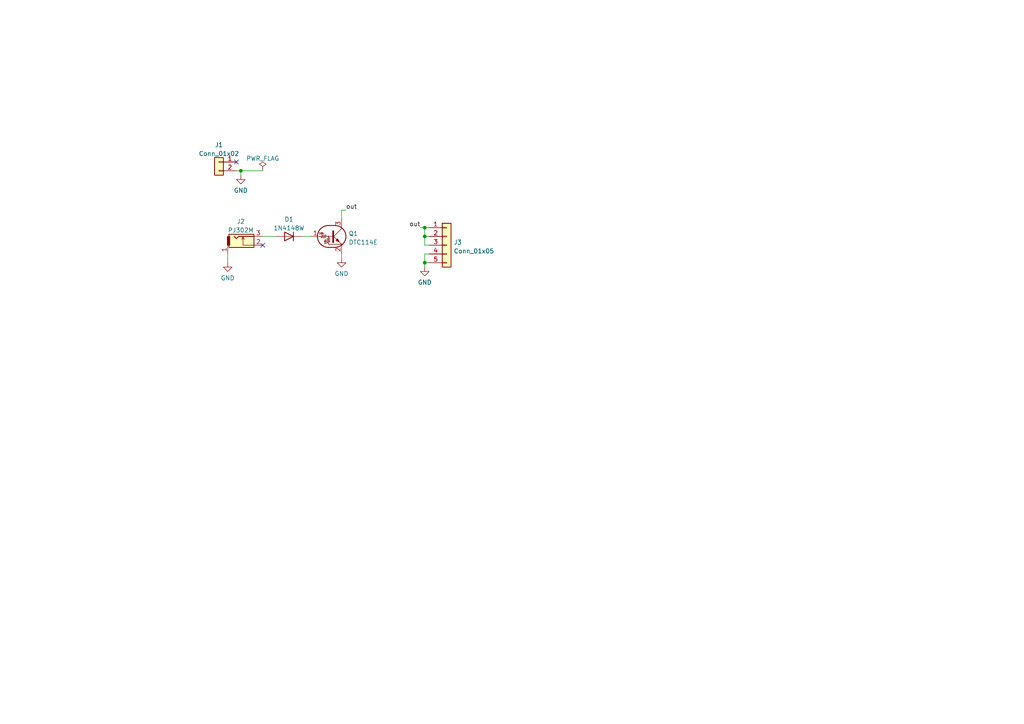
<source format=kicad_sch>
(kicad_sch (version 20211123) (generator eeschema)
  (paper "A4")
  (title_block (title "Gate input ") (date "2022-03-02") (rev "A"))
  (lib_symbols
    (symbol "Akiyuki_Connector:PJ302M" (pin_names (offset 1.016))
      (property "Reference" "J" (at -1.27 4.445 0))
      (property "Value" "PJ302M" (at 1.27 -2.54 0))
      (symbol "PJ302M_0_1"
        (rectangle (start -4.699 3.175) (end 2.54 -0.635) (stroke (width 0.254)) (fill (type background)))
        (rectangle (start -4.445 0) (end -5.207 2.54) (fill (type outline)))
        (polyline (pts (xy -0.635 2.413) (xy -0.254 1.651)))
        (polyline (pts (xy 2.54 0) (xy -0.635 0) (xy -0.635 2.413) (xy -1.016 1.651)))
        (polyline (pts (xy 2.54 2.54) (xy -1.905 2.54) (xy -2.54 1.905) (xy -3.175 2.54)) (stroke (width 0.254)))
      )
      (symbol "PJ302M_1_1"
        (pin passive line (at -5.08 -2.54 90) (length 2.54) (name "~") (number "1"))
        (pin passive line (at 5.08 0 180) (length 2.54) (name "~") (number "2"))
        (pin passive line (at 5.08 2.54 180) (length 2.54) (name "~") (number "3"))
      )
    )
    (symbol "Connector_Generic:Conn_01x02" (pin_names (offset 1.016) hide)
      (property "Reference" "J" (at 0 2.54 0))
      (property "Value" "Conn_01x02" (at 0 -5.08 0))
      (symbol "Conn_01x02_1_1"
        (rectangle (start -1.27 -2.413) (end 0 -2.667) (stroke (width 0.1524)))
        (rectangle (start -1.27 0.127) (end 0 -0.127) (stroke (width 0.1524)))
        (rectangle (start -1.27 1.27) (end 1.27 -3.81) (stroke (width 0.254)) (fill (type background)))
        (pin passive line (at -5.08 0 0) (length 3.81) (name "Pin_1") (number "1"))
        (pin passive line (at -5.08 -2.54 0) (length 3.81) (name "Pin_2") (number "2"))
      )
    )
    (symbol "Connector_Generic:Conn_01x05" (pin_names (offset 1.016) hide)
      (property "Reference" "J" (at 0 7.62 0))
      (property "Value" "Conn_01x05" (at 0 -7.62 0))
      (symbol "Conn_01x05_1_1"
        (rectangle (start -1.27 -4.953) (end 0 -5.207) (stroke (width 0.1524)))
        (rectangle (start -1.27 -2.413) (end 0 -2.667) (stroke (width 0.1524)))
        (rectangle (start -1.27 0.127) (end 0 -0.127) (stroke (width 0.1524)))
        (rectangle (start -1.27 2.667) (end 0 2.413) (stroke (width 0.1524)))
        (rectangle (start -1.27 5.207) (end 0 4.953) (stroke (width 0.1524)))
        (rectangle (start -1.27 6.35) (end 1.27 -6.35) (stroke (width 0.254)) (fill (type background)))
        (pin passive line (at -5.08 5.08 0) (length 3.81) (name "Pin_1") (number "1"))
        (pin passive line (at -5.08 2.54 0) (length 3.81) (name "Pin_2") (number "2"))
        (pin passive line (at -5.08 0 0) (length 3.81) (name "Pin_3") (number "3"))
        (pin passive line (at -5.08 -2.54 0) (length 3.81) (name "Pin_4") (number "4"))
        (pin passive line (at -5.08 -5.08 0) (length 3.81) (name "Pin_5") (number "5"))
      )
    )
    (symbol "Diode:1N4148W" (pin_numbers hide) (pin_names (offset 1.016) hide)
      (property "Reference" "D" (at 0 2.54 0))
      (property "Value" "1N4148W" (at 0 -2.54 0))
      (symbol "1N4148W_0_1"
        (polyline (pts (xy -1.27 1.27) (xy -1.27 -1.27)) (stroke (width 0.254)))
        (polyline (pts (xy 1.27 0) (xy -1.27 0)))
        (polyline (pts (xy 1.27 1.27) (xy 1.27 -1.27) (xy -1.27 0) (xy 1.27 1.27)) (stroke (width 0.254)))
      )
      (symbol "1N4148W_1_1"
        (pin passive line (at -3.81 0 0) (length 2.54) (name "K") (number "1"))
        (pin passive line (at 3.81 0 180) (length 2.54) (name "A") (number "2"))
      )
    )
    (symbol "Transistor_BJT:DTC114E" (pin_names (offset 0) hide)
      (property "Reference" "Q" (at 5.08 1.905 0))
      (property "Value" "DTC114E" (at 5.08 0 0))
      (symbol "DTC114E_0_0"
        (text "10k" (at -3.302 0.889 0) (effects (font (size 0.508 0.508))))
        (text "10k" (at -2.159 -1.524 900) (effects (font (size 0.508 0.508))))
      )
      (symbol "DTC114E_0_1"
        (circle (center -1.27 0) (radius 0.127))
        (arc (start -1.27 3.175) (mid -4.445 0) (end -1.27 -3.175) (stroke (width 0.254)))
        (polyline (pts (xy -3.429 0) (xy -3.81 0)))
        (polyline (pts (xy -1.27 -3.175) (xy 0.635 -3.175)) (stroke (width 0.254)))
        (polyline (pts (xy -1.27 3.175) (xy 0.635 3.175)) (stroke (width 0.254)))
        (polyline (pts (xy 0 -0.254) (xy 2.54 2.286)))
        (polyline (pts (xy 0.127 1.524) (xy 0.127 -1.651)) (stroke (width 0.508)) (fill (type outline)))
        (polyline (pts (xy 2.54 2.286) (xy 2.54 2.54)))
        (polyline (pts (xy 2.54 -2.286) (xy 0 0.254) (xy 0 0.254)))
        (polyline (pts (xy 0.889 -1.143) (xy 1.397 -0.635) (xy 1.905 -1.651) (xy 0.889 -1.143)) (fill (type outline)))
        (polyline (pts (xy 0 0) (xy -1.905 0) (xy -2.032 0.508) (xy -2.286 -0.508) (xy -2.54 0.508) (xy -2.794 -0.508) (xy -3.048 0.508) (xy -3.302 -0.508) (xy -3.429 0)))
        (polyline (pts (xy -1.27 0) (xy -1.27 -0.381) (xy -0.762 -0.508) (xy -1.778 -0.762) (xy -0.762 -1.016) (xy -1.778 -1.27) (xy -0.762 -1.524) (xy -1.778 -1.778) (xy -1.27 -1.905) (xy -1.27 -2.286) (xy 2.54 -2.286)))
        (arc (start 0.635 -3.175) (mid 3.81 0) (end 0.635 3.175) (stroke (width 0.254)))
        (circle (center 2.54 -2.286) (radius 0.127))
      )
      (symbol "DTC114E_1_1"
        (pin input line (at -6.35 0 0) (length 2.54) (name "B") (number "1"))
        (pin passive line (at 2.54 -5.08 90) (length 2.54) (name "E") (number "2"))
        (pin passive line (at 2.54 5.08 270) (length 2.54) (name "C") (number "3"))
      )
    )
    (symbol "power:GND" (power) (pin_names (offset 0))
      (property "Value" "GND" (at 0 -3.81 0))
      (symbol "GND_0_1"
        (polyline (pts (xy 0 0) (xy 0 -1.27) (xy 1.27 -1.27) (xy 0 -2.54) (xy -1.27 -1.27) (xy 0 -1.27)))
      )
      (symbol "GND_1_1"
        (pin power_in line (at 0 0 270) (length 0) hide (name "GND") (number "1"))
      )
    )
    (symbol "power:PWR_FLAG" (power) (pin_numbers hide) (pin_names (offset 0) hide)
      (property "Value" "PWR_FLAG" (at 0 3.81 0))
      (symbol "PWR_FLAG_0_0"
        (pin power_out line (at 0 0 90) (length 0) (name "pwr") (number "1"))
      )
      (symbol "PWR_FLAG_0_1"
        (polyline (pts (xy 0 0) (xy 0 1.27) (xy -1.016 1.905) (xy 0 2.54) (xy 1.016 1.905) (xy 0 1.27)))
      )
    )
  )
  (junction (at 123.19 66.04))
  (junction (at 123.19 68.58))
  (junction (at 69.85 49.53))
  (junction (at 123.19 76.2))
  (no_connect (at 76.2 71.12))
  (no_connect (at 68.58 46.99))
  (wire (pts (xy 123.19 73.66) (xy 123.19 76.2)))
  (wire (pts (xy 124.46 68.58) (xy 123.19 68.58)))
  (wire (pts (xy 100.33 60.96) (xy 99.06 60.96)))
  (wire (pts (xy 68.58 49.53) (xy 69.85 49.53)))
  (wire (pts (xy 99.06 60.96) (xy 99.06 63.5)))
  (wire (pts (xy 66.04 73.66) (xy 66.04 76.2)))
  (wire (pts (xy 123.19 76.2) (xy 124.46 76.2)))
  (wire (pts (xy 121.92 66.04) (xy 123.19 66.04)))
  (wire (pts (xy 123.19 66.04) (xy 124.46 66.04)))
  (wire (pts (xy 87.63 68.58) (xy 90.17 68.58)))
  (wire (pts (xy 99.06 73.66) (xy 99.06 74.93)))
  (wire (pts (xy 123.19 68.58) (xy 123.19 66.04)))
  (wire (pts (xy 69.85 49.53) (xy 69.85 50.8)))
  (wire (pts (xy 69.85 49.53) (xy 76.2 49.53)))
  (wire (pts (xy 123.19 71.12) (xy 124.46 71.12)))
  (wire (pts (xy 76.2 68.58) (xy 80.01 68.58)))
  (wire (pts (xy 123.19 77.47) (xy 123.19 76.2)))
  (wire (pts (xy 123.19 68.58) (xy 123.19 71.12)))
  (wire (pts (xy 124.46 73.66) (xy 123.19 73.66)))
  (label "out" (at 121.92 66.04 180))
  (label "out" (at 100.33 60.96 0))
  (symbol (lib_id "power:GND") (at 69.85 50.8 0) (unit 1)
    (property "Reference" "#PWR02" (effects hide))
    (property "Value" "GND" (at 69.85 55.2434 0))
  )
  (symbol (lib_id "Diode:1N4148W") (at 83.82 68.58 180) (unit 1)
    (property "Reference" "D1" (at 83.82 63.6102 0))
    (property "Value" "1N4148W" (at 83.82 66.1471 0))
    (property "Footprint" "Diode_SMD:D_SOD-123" (effects hide))
    (property "Datasheet" "https://www.vishay.com/docs/85748/1n4148w.pdf" (effects hide))
  )
  (symbol (lib_id "Connector_Generic:Conn_01x02") (at 63.5 46.99 0) (mirror y) (unit 1)
    (property "Reference" "J1" (at 63.5 42.0202 0))
    (property "Value" "Conn_01x02" (at 63.5 44.5571 0))
    (property "Footprint" "Connector_PinHeader_2.54mm:PinHeader_1x02_P2.54mm_Vertical" (effects hide))
  )
  (symbol (lib_id "power:PWR_FLAG") (at 76.2 49.53 0) (unit 1)
    (property "Reference" "#FLG01" (effects hide))
    (property "Value" "PWR_FLAG" (at 76.2 45.9542 0))
  )
  (symbol (lib_id "power:GND") (at 66.04 76.2 0) (unit 1)
    (property "Reference" "#PWR01" (effects hide))
    (property "Value" "GND" (at 66.04 80.6434 0))
  )
  (symbol (lib_id "Connector_Generic:Conn_01x05") (at 129.54 71.12 0) (unit 1)
    (property "Reference" "J3" (at 131.572 70.2853 0) (effects (justify left)))
    (property "Value" "Conn_01x05" (at 131.572 72.8222 0) (effects (justify left)))
    (property "Footprint" "Connector_PinHeader_2.54mm:PinHeader_1x05_P2.54mm_Vertical" (effects hide))
  )
  (symbol (lib_id "power:GND") (at 99.06 74.93 0) (unit 1)
    (property "Reference" "#PWR03" (effects hide))
    (property "Value" "GND" (at 99.06 79.3734 0))
  )
  (symbol (lib_id "Transistor_BJT:DTC114E") (at 96.52 68.58 0) (unit 1)
    (property "Reference" "Q1" (at 101.092 67.7453 0) (effects (justify left)))
    (property "Value" "DTC114E" (at 101.092 70.2822 0) (effects (justify left)))
    (property "Footprint" "Package_TO_SOT_SMD:SC-59_Handsoldering" (effects hide))
  )
  (symbol (lib_id "Akiyuki_Connector:PJ302M") (at 71.12 71.12 0) (unit 1)
    (property "Reference" "J2" (at 69.85 64.2452 0))
    (property "Value" "PJ302M" (at 69.85 66.7821 0))
    (property "Footprint" "Akiyuki_Footprint:PJ302M" (effects hide))
  )
  (symbol (lib_id "power:GND") (at 123.19 77.47 0) (unit 1)
    (property "Reference" "#PWR04" (effects hide))
    (property "Value" "GND" (at 123.19 81.9134 0))
  )
)
</source>
